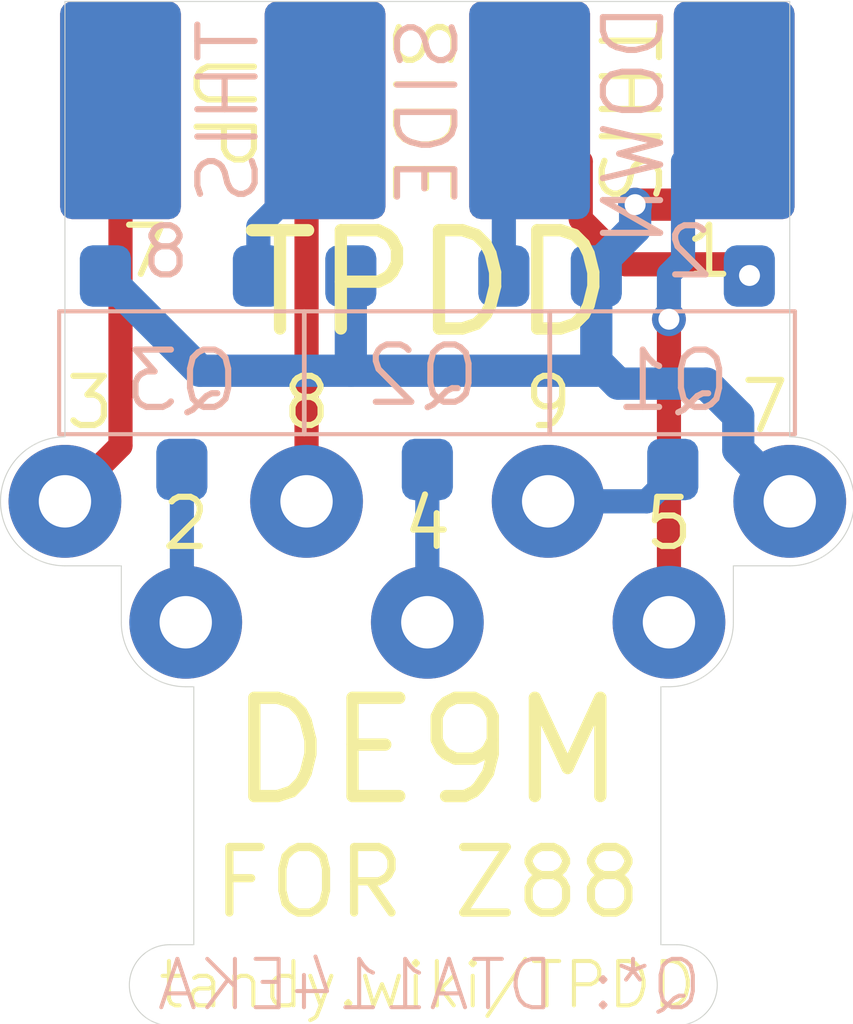
<source format=kicad_pcb>
(kicad_pcb (version 20171130) (host pcbnew 5.1.10-88a1d61d58~88~ubuntu20.10.1)

  (general
    (thickness 1.6)
    (drawings 45)
    (tracks 45)
    (zones 0)
    (modules 5)
    (nets 11)
  )

  (page USLetter)
  (title_block
    (title "TPDD to Z88 Cable")
    (date 2021-04-26)
    (rev 003)
    (company "Brian K. White")
  )

  (layers
    (0 Top signal)
    (31 Bottom signal)
    (32 B.Adhes user hide)
    (33 F.Adhes user hide)
    (34 B.Paste user hide)
    (35 F.Paste user hide)
    (36 B.SilkS user)
    (37 F.SilkS user)
    (38 B.Mask user)
    (39 F.Mask user)
    (40 Dwgs.User user hide)
    (41 Cmts.User user hide)
    (42 Eco1.User user hide)
    (43 Eco2.User user hide)
    (44 Edge.Cuts user)
    (45 Margin user hide)
    (46 B.CrtYd user hide)
    (47 F.CrtYd user hide)
    (48 B.Fab user hide)
    (49 F.Fab user hide)
  )

  (setup
    (last_trace_width 0.16)
    (user_trace_width 0.2)
    (user_trace_width 0.3)
    (user_trace_width 0.4)
    (user_trace_width 0.5)
    (trace_clearance 0.16)
    (zone_clearance 0.16)
    (zone_45_only no)
    (trace_min 0.16)
    (via_size 0.42)
    (via_drill 0.26)
    (via_min_size 0.42)
    (via_min_drill 0.26)
    (uvia_size 0.42)
    (uvia_drill 0.26)
    (uvias_allowed no)
    (uvia_min_size 0.42)
    (uvia_min_drill 0.26)
    (edge_width 0.0127)
    (segment_width 0.2032)
    (pcb_text_width 0.1524)
    (pcb_text_size 1.2192 1.2192)
    (mod_edge_width 0.0508)
    (mod_text_size 0.6096 0.6096)
    (mod_text_width 0.0508)
    (pad_size 1.524 1.524)
    (pad_drill 0.889)
    (pad_to_mask_clearance 0)
    (aux_axis_origin 0 0)
    (grid_origin 144.993 83.6295)
    (visible_elements FFFFFF7F)
    (pcbplotparams
      (layerselection 0x010fc_ffffffff)
      (usegerberextensions false)
      (usegerberattributes false)
      (usegerberadvancedattributes false)
      (creategerberjobfile false)
      (excludeedgelayer true)
      (linewidth 0.100000)
      (plotframeref false)
      (viasonmask false)
      (mode 1)
      (useauxorigin false)
      (hpglpennumber 1)
      (hpglpenspeed 20)
      (hpglpendiameter 15.000000)
      (psnegative false)
      (psa4output false)
      (plotreference true)
      (plotvalue true)
      (plotinvisibletext false)
      (padsonsilk false)
      (subtractmaskfromsilk false)
      (outputformat 1)
      (mirror false)
      (drillshape 1)
      (scaleselection 1)
      (outputdirectory ""))
  )

  (net 0 "")
  (net 1 /RTS)
  (net 2 /DTR)
  (net 3 /RX_TTL)
  (net 4 /CTS_TTL)
  (net 5 /DSR_TTL)
  (net 6 /TX)
  (net 7 /CTS)
  (net 8 /DSR)
  (net 9 /SG)
  (net 10 /RX)

  (net_class Default "This is the default net class."
    (clearance 0.16)
    (trace_width 0.16)
    (via_dia 0.42)
    (via_drill 0.26)
    (uvia_dia 0.42)
    (uvia_drill 0.26)
    (diff_pair_width 0.16)
    (diff_pair_gap 0.16)
    (add_net /CTS)
    (add_net /CTS_TTL)
    (add_net /DSR)
    (add_net /DSR_TTL)
    (add_net /DTR)
    (add_net /RTS)
    (add_net /RX)
    (add_net /RX_TTL)
    (add_net /SG)
    (add_net /TX)
  )

  (module 000_LOCAL:D7_1.5mm_wirepads (layer Top) (tedit 608685CE) (tstamp 5F2DA235)
    (at 144.993 87.8795)
    (descr "Through hole straight pin header, 1x07, 1.27mm pitch, single row")
    (tags "Through hole pin header THT 1x07 1.27mm single row")
    (path /5F2FF8FD)
    (fp_text reference J1 (at 0 -1.695) (layer F.SilkS) hide
      (effects (font (size 1 1) (thickness 0.15)))
    )
    (fp_text value "Wire Solder Pads" (at 0 9.315 180 unlocked) (layer F.Fab) hide
      (effects (font (size 1 1) (thickness 0.15)))
    )
    (fp_text user %R (at 0 3.81 90) (layer F.Fab) hide
      (effects (font (size 1 1) (thickness 0.15)))
    )
    (pad 6 thru_hole circle (at 3 0.75 270) (size 1.4 1.4) (drill 0.65) (layers *.Cu *.Mask)
      (net 1 /RTS))
    (pad 7 thru_hole circle (at 4.5 -0.75 270) (size 1.4 1.4) (drill 0.65) (layers *.Cu *.Mask)
      (net 9 /SG))
    (pad 4 thru_hole circle (at 0 0.75 270) (size 1.4 1.4) (drill 0.65) (layers *.Cu *.Mask)
      (net 7 /CTS))
    (pad 5 thru_hole circle (at 1.5 -0.75 270) (size 1.4 1.4) (drill 0.65) (layers *.Cu *.Mask)
      (net 8 /DSR))
    (pad 3 thru_hole circle (at -1.5 -0.75 270) (size 1.4 1.4) (drill 0.65) (layers *.Cu *.Mask)
      (net 2 /DTR))
    (pad 2 thru_hole circle (at -3 0.75 270) (size 1.4 1.4) (drill 0.65) (layers *.Cu *.Mask)
      (net 10 /RX))
    (pad 1 thru_hole circle (at -4.5 -0.75 270) (size 1.4 1.4) (drill 0.65) (layers *.Cu *.Mask)
      (net 6 /TX))
    (model ${KISYS3DMOD}/Pin_Headers.3dshapes/Pin_Header_Straight_1x07_Pitch1.27mm.wrl
      (at (xyz 0 0 0))
      (scale (xyz 1 1 1))
      (rotate (xyz 0 0 0))
    )
  )

  (module 000_LOCAL:2-6-2_tpdd (layer Top) (tedit 608678DD) (tstamp 5D2D423B)
    (at 148.803 82.2795)
    (path /5F35826E)
    (attr smd)
    (fp_text reference J2 (at -1.27 -0.127 -90 unlocked) (layer F.SilkS) hide
      (effects (font (size 0.6096 0.6096) (thickness 0.0508)))
    )
    (fp_text value TPDD (at -3.81 2.286) (layer F.Fab)
      (effects (font (size 0.4572 0.4572) (thickness 0.00254)))
    )
    (fp_text user 8 (at -7.0612 1.7564 unlocked) (layer B.SilkS)
      (effects (font (size 0.6096 0.6096) (thickness 0.0762)) (justify mirror))
    )
    (fp_text user 2 (at -0.5588 1.7564 unlocked) (layer B.SilkS)
      (effects (font (size 0.6096 0.6096) (thickness 0.0762)) (justify mirror))
    )
    (fp_text user 7 (at -7.31 1.75 unlocked) (layer F.SilkS)
      (effects (font (size 0.6096 0.6096) (thickness 0.0762)))
    )
    (fp_text user 1 (at -0.31 1.75 unlocked) (layer F.SilkS)
      (effects (font (size 0.6096 0.6096) (thickness 0.0762)))
    )
    (pad 2 smd roundrect (at 0 0) (size 1.5 2.7) (layers Bottom B.Mask) (roundrect_rratio 0.1)
      (net 1 /RTS))
    (pad 4 smd roundrect (at -2.54 0) (size 1.5 2.7) (layers Bottom B.Mask) (roundrect_rratio 0.1)
      (net 4 /CTS_TTL))
    (pad 6 smd roundrect (at -5.08 0) (size 1.5 2.7) (layers Bottom B.Mask) (roundrect_rratio 0.1)
      (net 3 /RX_TTL))
    (pad 8 smd roundrect (at -7.62 0) (size 1.5 2.7) (layers Bottom B.Mask) (roundrect_rratio 0.1))
    (pad 7 smd roundrect (at -7.62 0) (size 1.5 2.7) (layers Top F.Mask) (roundrect_rratio 0.1)
      (net 6 /TX))
    (pad 5 smd roundrect (at -5.08 0) (size 1.5 2.7) (layers Top F.Mask) (roundrect_rratio 0.1)
      (net 2 /DTR))
    (pad 3 smd roundrect (at -2.54 0) (size 1.5 2.7) (layers Top F.Mask) (roundrect_rratio 0.1)
      (net 5 /DSR_TTL))
    (pad 1 smd roundrect (at 0 0) (size 1.5 2.7) (layers Top F.Mask) (roundrect_rratio 0.1)
      (net 9 /SG))
    (model ${KIPRJMOD}/000_LOCAL.pretty/3dshapes/PinSocket_2x03_P2.54mm_Vertical_2pulled.step
      (offset (xyz -5.08 1.47 2.93))
      (scale (xyz 1 1 1))
      (rotate (xyz 90 180 0))
    )
    (model ${KIPRJMOD}/000_LOCAL.pretty/3dshapes/PinSocket_1x02_P2.54mm_Vertical.step
      (offset (xyz 0 1.47 -2.15))
      (scale (xyz 1 1 1))
      (rotate (xyz 90 0 0))
    )
    (model ${KIPRJMOD}/000_LOCAL.pretty/3dshapes/PinSocket_1x02_P2.54mm_Vertical.step
      (offset (xyz -7.62 1.47 -2.15))
      (scale (xyz 1 1 1))
      (rotate (xyz 90 0 0))
    )
  )

  (module 000_LOCAL:SC-59 (layer Bottom) (tedit 5F2C749B) (tstamp 5D2D4324)
    (at 141.945 85.5345 270)
    (descr "SC-59, https://lib.chipdip.ru/images/import_diod/original/SOT-23_SC-59.jpg")
    (tags SC-59)
    (path /5F2E424E)
    (attr smd)
    (fp_text reference Q3 (at -0.3175 0.762 unlocked) (layer B.SilkS)
      (effects (font (size 0.7112 0.7112) (thickness 0.0762)) (justify right top mirror))
    )
    (fp_text value DTA114EKA (at -1.905 -3.175 90) (layer B.Fab) hide
      (effects (font (size 1.2065 1.2065) (thickness 0.1016)) (justify right top mirror))
    )
    (fp_line (start -0.762 -1.516) (end 0.762 -1.516) (layer B.SilkS) (width 0.0508))
    (fp_line (start -0.762 1.524) (end 0.762 1.524) (layer B.SilkS) (width 0.0508))
    (fp_line (start -0.762 1.524) (end -0.762 -1.516) (layer B.SilkS) (width 0.0508))
    (fp_line (start 0.762 1.524) (end 0.762 -1.516) (layer B.SilkS) (width 0.0508))
    (fp_text user %R (at 0 0) (layer B.Fab) hide
      (effects (font (size 0.5 0.5) (thickness 0.075)) (justify mirror))
    )
    (pad 1 smd roundrect (at -1.2 0.95 270) (size 0.762 0.635) (layers Bottom B.Paste B.Mask) (roundrect_rratio 0.25)
      (net 9 /SG))
    (pad 2 smd roundrect (at -1.2 -0.95 270) (size 0.762 0.635) (layers Bottom B.Paste B.Mask) (roundrect_rratio 0.25)
      (net 3 /RX_TTL))
    (pad 3 smd roundrect (at 1.2 0 270) (size 0.762 0.635) (layers Bottom B.Paste B.Mask) (roundrect_rratio 0.25)
      (net 10 /RX))
    (model ${KIPRJMOD}/000_LOCAL.pretty/3dshapes/SC-59.step
      (at (xyz 0 0 0))
      (scale (xyz 1 1 1))
      (rotate (xyz 0 0 0))
    )
  )

  (module 000_LOCAL:SC-59 (layer Bottom) (tedit 5F2C749B) (tstamp 5D2D4366)
    (at 144.993 85.5345 270)
    (descr "SC-59, https://lib.chipdip.ru/images/import_diod/original/SOT-23_SC-59.jpg")
    (tags SC-59)
    (path /5F2E2C8F)
    (attr smd)
    (fp_text reference Q2 (at -0.381 0.8255 unlocked) (layer B.SilkS)
      (effects (font (size 0.7112 0.7112) (thickness 0.0762)) (justify right top mirror))
    )
    (fp_text value DTA114EKA (at -1.905 -3.175 90) (layer B.Fab) hide
      (effects (font (size 1.2065 1.2065) (thickness 0.1016)) (justify right top mirror))
    )
    (fp_line (start -0.762 -1.516) (end 0.762 -1.516) (layer B.SilkS) (width 0.0508))
    (fp_line (start -0.762 1.524) (end 0.762 1.524) (layer B.SilkS) (width 0.0508))
    (fp_line (start -0.762 1.524) (end -0.762 -1.516) (layer B.SilkS) (width 0.0508))
    (fp_line (start 0.762 1.524) (end 0.762 -1.516) (layer B.SilkS) (width 0.0508))
    (fp_text user %R (at 0 0) (layer B.Fab) hide
      (effects (font (size 0.5 0.5) (thickness 0.075)) (justify mirror))
    )
    (pad 1 smd roundrect (at -1.2 0.95 270) (size 0.762 0.635) (layers Bottom B.Paste B.Mask) (roundrect_rratio 0.25)
      (net 9 /SG))
    (pad 2 smd roundrect (at -1.2 -0.95 270) (size 0.762 0.635) (layers Bottom B.Paste B.Mask) (roundrect_rratio 0.25)
      (net 4 /CTS_TTL))
    (pad 3 smd roundrect (at 1.2 0 270) (size 0.762 0.635) (layers Bottom B.Paste B.Mask) (roundrect_rratio 0.25)
      (net 7 /CTS))
    (model ${KIPRJMOD}/000_LOCAL.pretty/3dshapes/SC-59.step
      (at (xyz 0 0 0))
      (scale (xyz 1 1 1))
      (rotate (xyz 0 0 0))
    )
  )

  (module 000_LOCAL:SC-59 (layer Bottom) (tedit 5F2C749B) (tstamp 5D2D4345)
    (at 148.041 85.5345 270)
    (descr "SC-59, https://lib.chipdip.ru/images/import_diod/original/SOT-23_SC-59.jpg")
    (tags SC-59)
    (path /5F2DFF29)
    (attr smd)
    (fp_text reference Q1 (at -0.3175 0.762 unlocked) (layer B.SilkS)
      (effects (font (size 0.7112 0.7112) (thickness 0.0762)) (justify right top mirror))
    )
    (fp_text value DTA114EKA (at -1.905 -3.175 90) (layer B.Fab) hide
      (effects (font (size 1.2065 1.2065) (thickness 0.1016)) (justify right top mirror))
    )
    (fp_line (start -0.762 -1.516) (end 0.762 -1.516) (layer B.SilkS) (width 0.0508))
    (fp_line (start -0.762 1.524) (end 0.762 1.524) (layer B.SilkS) (width 0.0508))
    (fp_line (start -0.762 1.524) (end -0.762 -1.516) (layer B.SilkS) (width 0.0508))
    (fp_line (start 0.762 1.524) (end 0.762 -1.516) (layer B.SilkS) (width 0.0508))
    (fp_text user %R (at 0 0) (layer B.Fab) hide
      (effects (font (size 0.5 0.5) (thickness 0.075)) (justify mirror))
    )
    (pad 1 smd roundrect (at -1.2 0.95 270) (size 0.762 0.635) (layers Bottom B.Paste B.Mask) (roundrect_rratio 0.25)
      (net 9 /SG))
    (pad 2 smd roundrect (at -1.2 -0.95 270) (size 0.762 0.635) (layers Bottom B.Paste B.Mask) (roundrect_rratio 0.25)
      (net 5 /DSR_TTL))
    (pad 3 smd roundrect (at 1.2 0 270) (size 0.762 0.635) (layers Bottom B.Paste B.Mask) (roundrect_rratio 0.25)
      (net 8 /DSR))
    (model ${KIPRJMOD}/000_LOCAL.pretty/3dshapes/SC-59.step
      (at (xyz 0 0 0))
      (scale (xyz 1 1 1))
      (rotate (xyz 0 0 0))
    )
  )

  (gr_text "FOR Z88" (at 144.993 91.8591) (layer F.SilkS)
    (effects (font (size 0.8128 0.8128) (thickness 0.1016)))
  )
  (gr_arc (start 148.093 93.1295) (end 148.093 93.6295) (angle -180) (layer Edge.Cuts) (width 0.0127) (tstamp 5F2E0819))
  (gr_arc (start 141.793 93.1295) (end 141.793 92.6295) (angle -180) (layer Edge.Cuts) (width 0.0127))
  (gr_line (start 149.493 86.3295) (end 149.493 80.9295) (layer Edge.Cuts) (width 0.0127))
  (gr_line (start 140.493 86.3295) (end 140.493 80.9295) (layer Edge.Cuts) (width 0.0127))
  (gr_line (start 148.793 87.9295) (end 149.493 87.9295) (layer Edge.Cuts) (width 0.0127) (tstamp 5F2DA6D0))
  (gr_line (start 148.793 88.6295) (end 148.793 87.9295) (layer Edge.Cuts) (width 0.0127))
  (gr_line (start 141.193 87.9295) (end 140.493 87.9295) (layer Edge.Cuts) (width 0.0127) (tstamp 5F2DA6CF))
  (gr_line (start 141.193 88.6295) (end 141.193 87.9295) (layer Edge.Cuts) (width 0.0127))
  (gr_line (start 141.993 89.4295) (end 142.093 89.4295) (layer Edge.Cuts) (width 0.0127) (tstamp 5F2DA6CE))
  (gr_line (start 147.993 89.4295) (end 147.893 89.4295) (layer Edge.Cuts) (width 0.0127))
  (gr_arc (start 147.993 88.6295) (end 147.993 89.4295) (angle -90) (layer Edge.Cuts) (width 0.0127))
  (gr_arc (start 141.993 88.6295) (end 141.193 88.6295) (angle -90) (layer Edge.Cuts) (width 0.0127))
  (gr_arc (start 140.493 87.1295) (end 140.493 86.3295) (angle -180) (layer Edge.Cuts) (width 0.0127) (tstamp 5F2DA6B9))
  (gr_arc (start 149.493 87.1295) (end 149.493 87.9295) (angle -180) (layer Edge.Cuts) (width 0.0127))
  (gr_line (start 147.893 92.6295) (end 147.893 89.4295) (layer Edge.Cuts) (width 0.0127))
  (gr_line (start 142.093 92.6295) (end 142.093 89.4295) (layer Edge.Cuts) (width 0.0127))
  (gr_line (start 142.093 92.6295) (end 141.793 92.6295) (layer Edge.Cuts) (width 0.0127) (tstamp 5F2CC4FC))
  (gr_line (start 147.893 92.6295) (end 148.093 92.6295) (layer Edge.Cuts) (width 0.0127))
  (gr_line (start 140.493 80.9295) (end 149.493 80.9295) (layer Edge.Cuts) (width 0.0127) (tstamp 5F2C9BC3))
  (gr_line (start 141.793 93.6295) (end 148.093 93.6295) (layer Edge.Cuts) (width 0.0127) (tstamp 5F2C9B54))
  (gr_text tandy.wiki/TPDD (at 144.993 93.1295) (layer F.SilkS) (tstamp 5D2D595B)
    (effects (font (size 0.55 0.55) (thickness 0.05)))
  )
  (gr_text THIS (at 147.483 82.296 -90) (layer F.SilkS) (tstamp 5D2D57B0)
    (effects (font (size 0.7112 0.7112) (thickness 0.0762)))
  )
  (gr_text SIDE (at 144.9295 82.296 -90) (layer F.SilkS) (tstamp 5D2D578D)
    (effects (font (size 0.7112 0.7112) (thickness 0.0762)))
  )
  (gr_line (start 142.093 89.8295) (end 147.893 89.8295) (layer Dwgs.User) (width 0.0127) (tstamp 5F2C98E9))
  (gr_circle (center 144.993 83.6295) (end 140.04 80.9625) (layer Dwgs.User) (width 0.0127))
  (gr_line (start 140.675 83.6295) (end 149.311 83.6295) (layer Dwgs.User) (width 0.0127) (tstamp 5D2D4C4A))
  (gr_line (start 144.993 82.296) (end 144.993 93.1545) (layer Dwgs.User) (width 0.0127))
  (gr_line (start 144.993 82.296) (end 144.993 80.9625) (layer Dwgs.User) (width 0.0127))
  (gr_line (start 140.675 80.9625) (end 149.311 83.6295) (layer Dwgs.User) (width 0.0127))
  (gr_line (start 140.675 83.6295) (end 149.311 80.9625) (layer Dwgs.User) (width 0.0127) (tstamp 5D2D4495))
  (gr_text UP (at 142.453 82.296 -90) (layer F.SilkS) (tstamp 5D2D5758)
    (effects (font (size 0.7112 0.7112) (thickness 0.0762)))
  )
  (gr_text THIS (at 142.523 82.2995 -270) (layer B.SilkS) (tstamp 5D2D42B4)
    (effects (font (size 0.7112 0.7112) (thickness 0.0762)) (justify mirror))
  )
  (gr_text SIDE (at 145.003 82.2995 -270) (layer B.SilkS) (tstamp 5D2D42B1)
    (effects (font (size 0.7112 0.7112) (thickness 0.0762)) (justify mirror))
  )
  (gr_text "Q*: DTA114EKA" (at 145.018 93.1295) (layer B.SilkS) (tstamp 5D2D42AE)
    (effects (font (size 0.6 0.6) (thickness 0.05)) (justify mirror))
  )
  (gr_text DE9M (at 144.993 90.2295) (layer F.SilkS) (tstamp 5D2D514A)
    (effects (font (size 1.2192 1.2192) (thickness 0.1524)))
  )
  (gr_text DOWN (at 147.5584 82.4611 -270) (layer B.SilkS) (tstamp 5D2D42A5)
    (effects (font (size 0.7112 0.7112) (thickness 0.0762)) (justify mirror))
  )
  (gr_text 5 (at 147.993 87.4045) (layer F.SilkS) (tstamp 5D2D42A2)
    (effects (font (size 0.6096 0.6096) (thickness 0.0762)))
  )
  (gr_text 4 (at 144.993 87.4045) (layer F.SilkS) (tstamp 5D2D429F)
    (effects (font (size 0.6096 0.6096) (thickness 0.0762)))
  )
  (gr_text 2 (at 141.993 87.4045) (layer F.SilkS) (tstamp 5F30FA3E)
    (effects (font (size 0.6096 0.6096) (thickness 0.0762)))
  )
  (gr_text 3 (at 140.802 85.9045) (layer F.SilkS) (tstamp 5D2D4299)
    (effects (font (size 0.6096 0.6096) (thickness 0.0762)))
  )
  (gr_text 8 (at 143.493 85.9045) (layer F.SilkS) (tstamp 5F30FA51)
    (effects (font (size 0.6096 0.6096) (thickness 0.0762)))
  )
  (gr_text 9 (at 146.493 85.9045) (layer F.SilkS) (tstamp 5D2D4263)
    (effects (font (size 0.6096 0.6096) (thickness 0.0762)))
  )
  (gr_text 7 (at 149.184 85.9545) (layer F.SilkS) (tstamp 5D2D4260)
    (effects (font (size 0.6096 0.6096) (thickness 0.0762)))
  )
  (gr_text TPDD (at 144.993 84.4295) (layer F.SilkS) (tstamp 5D2D425D)
    (effects (font (size 1.2192 1.2192) (thickness 0.1524)))
  )

  (segment (start 147.993 84.8705) (end 147.993 88.6295) (width 0.3) (layer Top) (net 1))
  (via (at 147.993 84.8705) (size 0.42) (drill 0.26) (layers Top Bottom) (net 1))
  (segment (start 148.168 82.9145) (end 148.803 82.2795) (width 0.3) (layer Bottom) (net 1))
  (segment (start 147.993 84.3125) (end 148.168 84.1375) (width 0.3) (layer Bottom) (net 1))
  (segment (start 148.168 84.1375) (end 148.168 82.9145) (width 0.3) (layer Bottom) (net 1))
  (segment (start 147.993 84.8705) (end 147.993 84.3125) (width 0.3) (layer Bottom) (net 1))
  (segment (start 143.493 82.5095) (end 143.493 87.1295) (width 0.3) (layer Top) (net 2))
  (segment (start 143.723 82.2795) (end 143.493 82.5095) (width 0.3) (layer Top) (net 2))
  (segment (start 143.723 82.8929) (end 143.723 82.2795) (width 0.3) (layer Bottom) (net 3))
  (segment (start 142.895 83.7209) (end 143.723 82.8929) (width 0.3) (layer Bottom) (net 3))
  (segment (start 142.895 84.3345) (end 142.895 83.7209) (width 0.3) (layer Bottom) (net 3))
  (segment (start 145.943 82.5995) (end 146.263 82.2795) (width 0.3) (layer Bottom) (net 4))
  (segment (start 145.943 84.3345) (end 145.943 82.5995) (width 0.3) (layer Bottom) (net 4))
  (via (at 148.9935 84.328) (size 0.42) (drill 0.26) (layers Top Bottom) (net 5))
  (segment (start 146.898 82.9145) (end 146.263 82.2795) (width 0.3) (layer Top) (net 5))
  (segment (start 146.898 83.6295) (end 146.898 82.9145) (width 0.3) (layer Top) (net 5))
  (segment (start 147.458 84.1895) (end 146.898 83.6295) (width 0.3) (layer Top) (net 5))
  (segment (start 148.855 84.1895) (end 147.458 84.1895) (width 0.3) (layer Top) (net 5))
  (segment (start 148.9935 84.328) (end 148.855 84.1895) (width 0.3) (layer Top) (net 5))
  (segment (start 141.183 86.4395) (end 140.493 87.1295) (width 0.3) (layer Top) (net 6))
  (segment (start 141.183 82.296) (end 141.183 86.4395) (width 0.3) (layer Top) (net 6))
  (segment (start 144.993 88.3285) (end 144.993 88.3285) (width 0.3) (layer Bottom) (net 7) (tstamp 5F2DA1CC))
  (segment (start 144.993 86.7345) (end 144.993 88.6295) (width 0.3) (layer Bottom) (net 7))
  (segment (start 147.716 87.1295) (end 146.493 87.1295) (width 0.3) (layer Bottom) (net 8))
  (segment (start 148.041 86.8045) (end 147.716 87.1295) (width 0.3) (layer Bottom) (net 8))
  (segment (start 148.041 86.7345) (end 148.041 86.8045) (width 0.2) (layer Bottom) (net 8))
  (segment (start 144.043 84.3345) (end 144.043 85.5095) (width 0.4) (layer Bottom) (net 9))
  (via (at 147.573 83.4495) (size 0.42) (drill 0.26) (layers Top Bottom) (net 9))
  (segment (start 142.17 85.5095) (end 144.043 85.5095) (width 0.4) (layer Bottom) (net 9))
  (segment (start 140.995 84.3345) (end 142.17 85.5095) (width 0.4) (layer Bottom) (net 9))
  (segment (start 147.091 84.3345) (end 147.091 85.5075) (width 0.4) (layer Bottom) (net 9))
  (segment (start 144.043 85.5095) (end 147.093 85.5095) (width 0.4) (layer Bottom) (net 9))
  (segment (start 148.803 82.7659) (end 148.803 82.2795) (width 0.4) (layer Top) (net 9))
  (segment (start 148.1194 83.4495) (end 148.803 82.7659) (width 0.4) (layer Top) (net 9))
  (segment (start 147.573 83.4495) (end 148.1194 83.4495) (width 0.4) (layer Top) (net 9))
  (segment (start 148.8538 86.4903) (end 149.493 87.1295) (width 0.4) (layer Bottom) (net 9))
  (segment (start 148.8538 86.0679) (end 148.8538 86.4903) (width 0.4) (layer Bottom) (net 9))
  (segment (start 148.4554 85.6695) (end 148.8538 86.0679) (width 0.4) (layer Bottom) (net 9))
  (segment (start 147.363 85.6695) (end 148.4554 85.6695) (width 0.4) (layer Bottom) (net 9))
  (segment (start 147.091 85.3975) (end 147.363 85.6695) (width 0.4) (layer Bottom) (net 9))
  (segment (start 147.091 84.2239) (end 147.091 84.3345) (width 0.4) (layer Bottom) (net 9))
  (segment (start 147.573 83.7419) (end 147.091 84.2239) (width 0.4) (layer Bottom) (net 9))
  (segment (start 147.573 83.4495) (end 147.573 83.7419) (width 0.4) (layer Bottom) (net 9))
  (segment (start 141.945 88.5815) (end 141.993 88.6295) (width 0.3) (layer Bottom) (net 10))
  (segment (start 141.945 86.7345) (end 141.945 88.5815) (width 0.3) (layer Bottom) (net 10))

)

</source>
